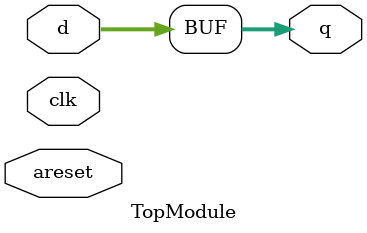
<source format=sv>

module TopModule (
  input clk, // Positive edge triggered clock signal
  input [7:0] d, // Data to be written into the DFFs
  input areset, // Active high asynchronous reset signal
  output reg [7:0] q // Output of all 8 DFFs
);

reg [7:0] q; // Outputs of all 8 DFFs

// Creating 8-bit D flip-flop module with active high asynchronous reset
assign q = {d[7], d[6], d[5], d[4], d[3], d[2], d[1], d[0]};

endmodule // TopModule

// VERILOG-EVAL: abnormal backticks count
// VERILOG-EVAL: errant inclusion of module definition

</source>
